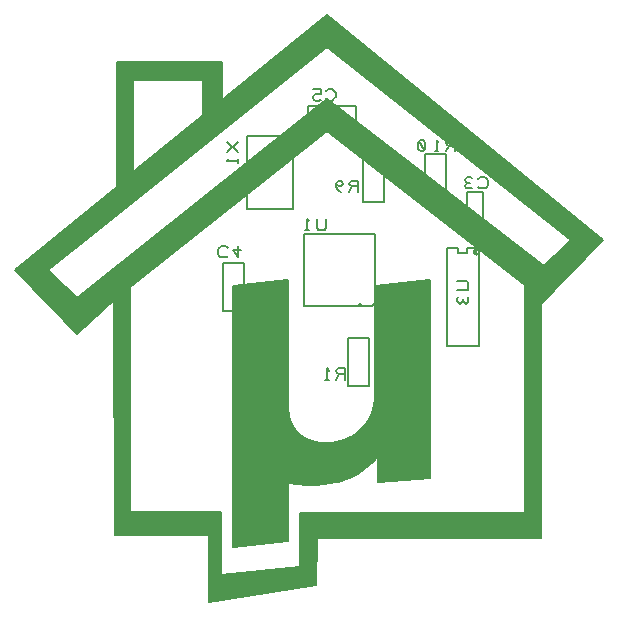
<source format=gbr>
%FSLAX23Y23*%
%MOIN*%
G04 EasyPC Gerber Version 17.0 Build 3379 *
%ADD10C,0.00500*%
X0Y0D02*
D02*
D10*
X709Y1180D02*
X706Y1183D01*
X700Y1186*
X691*
X684Y1183*
X681Y1180*
X678Y1174*
Y1161*
X681Y1155*
X684Y1152*
X691Y1149*
X700*
X706Y1152*
X709Y1155*
X744Y1186D02*
Y1149D01*
X728Y1174*
X753*
X693Y971D02*
Y1131D01*
X763*
Y971*
X693*
X726Y1055D02*
X911Y1074D01*
X909Y649*
X915Y616*
X925Y589*
X937Y571*
X948Y560*
X961Y551*
X971Y544*
X1002Y533*
X1016Y531*
X1030Y531*
X1045Y530*
X1058Y532*
X1073Y535*
X1084Y537*
X1099Y542*
X1112Y547*
X1126Y555*
X1142Y565*
X1158Y580*
X1170Y595*
X1179Y610*
X1187Y623*
X1194Y639*
X1196Y656*
X1199Y673*
X1200Y696*
X1200Y1055*
X1383Y1075*
Y413*
X1211Y402*
X1210Y489*
X1196Y472*
X1177Y454*
X1161Y439*
X1144Y428*
X1125Y418*
X1104Y409*
X1082Y402*
X1068Y399*
X1050Y396*
X1026Y393*
X1007Y392*
X990Y392*
X968*
X951Y393*
X934Y394*
X921Y397*
X909Y399*
Y205*
X727Y184*
X726Y1055*
G36*
X911Y1074*
X909Y649*
X915Y616*
X925Y589*
X937Y571*
X948Y560*
X961Y551*
X971Y544*
X1002Y533*
X1016Y531*
X1030Y531*
X1045Y530*
X1058Y532*
X1073Y535*
X1084Y537*
X1099Y542*
X1112Y547*
X1126Y555*
X1142Y565*
X1158Y580*
X1170Y595*
X1179Y610*
X1187Y623*
X1194Y639*
X1196Y656*
X1199Y673*
X1200Y696*
X1200Y1055*
X1383Y1075*
Y413*
X1211Y402*
X1210Y489*
X1196Y472*
X1177Y454*
X1161Y439*
X1144Y428*
X1125Y418*
X1104Y409*
X1082Y402*
X1068Y399*
X1050Y396*
X1026Y393*
X1007Y392*
X990Y392*
X968*
X951Y393*
X934Y394*
X921Y397*
X909Y399*
Y205*
X727Y184*
X726Y1055*
G37*
X744Y1534D02*
X706Y1502D01*
Y1534D02*
X744Y1502D01*
Y1477D02*
Y1465D01*
Y1471D02*
X706D01*
X712Y1477*
X926Y1553D02*
Y1309D01*
X773*
Y1553*
X926*
X977Y1655D02*
X1137D01*
Y1585*
X977*
Y1655*
X1037Y1277D02*
Y1249D01*
X1034Y1242*
X1028Y1239*
X1015*
X1009Y1242*
X1006Y1249*
Y1277*
X981Y1239D02*
X968D01*
X975D02*
Y1277D01*
X981Y1271*
X1039Y1852D02*
X110Y1107D01*
X206Y1013*
X1042Y1678*
X1764Y1119*
X1855Y1207*
X1040Y1852*
Y1957*
X1961Y1207*
X1755Y995*
Y213*
X952Y213*
X952Y296*
X1700*
Y1057*
X1042Y1571*
X384Y1052*
Y302*
X686*
Y89*
X952Y118*
Y210*
X1006*
X1005Y56*
X648Y2*
X648Y224*
X333*
X331Y1008*
X206Y895*
X2Y1107*
X339Y1383*
Y1802*
X692*
X692Y1676*
X628Y1631*
Y1741*
X395*
Y1434*
X692Y1674*
X1039Y1957*
X1039Y1852*
G36*
X110Y1107*
X206Y1013*
X1042Y1678*
X1764Y1119*
X1855Y1207*
X1040Y1852*
Y1957*
X1961Y1207*
X1755Y995*
Y213*
X952Y213*
X952Y296*
X1700*
Y1057*
X1042Y1571*
X384Y1052*
Y302*
X686*
Y89*
X952Y118*
Y210*
X1006*
X1005Y56*
X648Y2*
X648Y224*
X333*
X331Y1008*
X206Y895*
X2Y1107*
X339Y1383*
Y1802*
X692*
X692Y1676*
X628Y1631*
Y1741*
X395*
Y1434*
X692Y1674*
X1039Y1957*
X1039Y1852*
G37*
X1037Y1679D02*
X1040Y1675D01*
X1047Y1672*
X1056*
X1062Y1675*
X1065Y1679*
X1069Y1685*
Y1697*
X1065Y1704*
X1062Y1707*
X1056Y1710*
X1047*
X1040Y1707*
X1037Y1704*
X1019Y1675D02*
X1012Y1672D01*
X1003*
X997Y1675*
X994Y1682*
Y1685*
X997Y1691*
X1003Y1694*
X1019*
Y1710*
X994*
X1102Y741D02*
Y779D01*
X1080*
X1074Y776*
X1071Y769*
X1074Y763*
X1080Y760*
X1102*
X1080D02*
X1071Y741D01*
X1046D02*
X1033D01*
X1040D02*
Y779D01*
X1046Y772*
X1112Y721D02*
Y881D01*
X1182*
Y721*
X1112*
X1145Y1367D02*
Y1405D01*
X1124*
X1117Y1402*
X1114Y1395*
X1117Y1389*
X1124Y1386*
X1145*
X1124D02*
X1114Y1367D01*
X1086D02*
X1080Y1370D01*
X1074Y1377*
X1070Y1386*
Y1395*
X1074Y1402*
X1080Y1405*
X1086*
X1092Y1402*
X1095Y1395*
X1092Y1389*
X1086Y1386*
X1080*
X1074Y1389*
X1070Y1395*
X1155Y992D02*
G75*
G02X1147I-4D01*
G01*
G75*
G02X1155I4*
G01*
G36*
G75*
G02X1147I-4*
G01*
G75*
G02X1155I4*
G01*
G37*
X1201Y1226D02*
X963D01*
Y988*
X1192*
X1201Y998*
Y1226*
X1232Y1493D02*
Y1333D01*
X1162*
Y1493*
X1232*
X1436D02*
Y1333D01*
X1366*
Y1493*
X1436*
X1439Y1180D02*
Y854D01*
X1548*
Y1180*
X1508*
Y1165*
X1478*
Y1180*
X1439*
X1468Y1503D02*
Y1541D01*
X1446*
X1440Y1537*
X1437Y1531*
X1440Y1525*
X1446Y1522*
X1468*
X1446D02*
X1437Y1503D01*
X1412D02*
X1399D01*
X1406D02*
Y1541D01*
X1412Y1534*
X1365Y1506D02*
X1359Y1503D01*
X1353*
X1346Y1506*
X1343Y1512*
Y1531*
X1346Y1537*
X1353Y1541*
X1359*
X1365Y1537*
X1368Y1531*
Y1512*
X1365Y1506*
X1346Y1537*
X1475Y1070D02*
X1503D01*
X1509Y1067*
X1512Y1061*
Y1049*
X1509Y1042*
X1503Y1039*
X1475*
X1509Y1017D02*
X1512Y1011D01*
Y1005*
X1509Y999*
X1503Y995*
X1496Y999*
X1493Y1005*
Y1011*
Y1005D02*
X1490Y999D01*
X1484Y995*
X1478Y999*
X1475Y1005*
Y1011*
X1478Y1017*
X1539Y1176D02*
G75*
G02Y1158J-9D01*
G01*
G75*
G02Y1176J9*
G01*
G36*
G75*
G02Y1158J-9*
G01*
G75*
G02Y1176J9*
G01*
G37*
X1560Y1366D02*
X1507D01*
Y1243*
X1560*
Y1366*
X1545Y1385D02*
X1548Y1382D01*
X1555Y1379*
X1564*
X1570Y1382*
X1573Y1385*
X1576Y1392*
Y1404*
X1573Y1410*
X1570Y1413*
X1564Y1417*
X1555*
X1548Y1413*
X1545Y1410*
X1523Y1382D02*
X1517Y1379D01*
X1511*
X1505Y1382*
X1501Y1388*
X1505Y1395*
X1511Y1398*
X1517*
X1511D02*
X1505Y1401D01*
X1501Y1407*
X1505Y1413*
X1511Y1417*
X1517*
X1523Y1413*
X0Y0D02*
M02*

</source>
